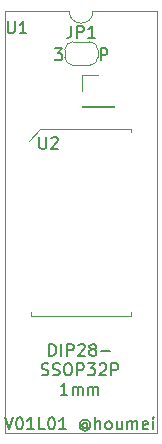
<source format=gto>
G04 #@! TF.GenerationSoftware,KiCad,Pcbnew,(5.1.8)-1*
G04 #@! TF.CreationDate,2023-02-07T01:20:16+09:00*
G04 #@! TF.ProjectId,DIP28SSOP32_1mm,44495032-3853-4534-9f50-33325f316d6d,rev?*
G04 #@! TF.SameCoordinates,PXa9a2ce8PY790b418*
G04 #@! TF.FileFunction,Legend,Top*
G04 #@! TF.FilePolarity,Positive*
%FSLAX46Y46*%
G04 Gerber Fmt 4.6, Leading zero omitted, Abs format (unit mm)*
G04 Created by KiCad (PCBNEW (5.1.8)-1) date 2023-02-07 01:20:16*
%MOMM*%
%LPD*%
G01*
G04 APERTURE LIST*
%ADD10C,0.150000*%
%ADD11C,0.120000*%
G04 APERTURE END LIST*
D10*
X6448466Y32729420D02*
X7067514Y32729420D01*
X6734180Y32348467D01*
X6877038Y32348467D01*
X6972276Y32300848D01*
X7019895Y32253229D01*
X7067514Y32157991D01*
X7067514Y31919896D01*
X7019895Y31824658D01*
X6972276Y31777039D01*
X6877038Y31729420D01*
X6591323Y31729420D01*
X6496085Y31777039D01*
X6448466Y31824658D01*
X10329895Y31729420D02*
X10329895Y32729420D01*
X10710847Y32729420D01*
X10806085Y32681800D01*
X10853704Y32634181D01*
X10901323Y32538943D01*
X10901323Y32396086D01*
X10853704Y32300848D01*
X10806085Y32253229D01*
X10710847Y32205610D01*
X10329895Y32205610D01*
X2202657Y1487420D02*
X2535990Y487420D01*
X2869323Y1487420D01*
X3393133Y1487420D02*
X3488371Y1487420D01*
X3583609Y1439800D01*
X3631228Y1392181D01*
X3678847Y1296943D01*
X3726466Y1106467D01*
X3726466Y868372D01*
X3678847Y677896D01*
X3631228Y582658D01*
X3583609Y535039D01*
X3488371Y487420D01*
X3393133Y487420D01*
X3297895Y535039D01*
X3250276Y582658D01*
X3202657Y677896D01*
X3155038Y868372D01*
X3155038Y1106467D01*
X3202657Y1296943D01*
X3250276Y1392181D01*
X3297895Y1439800D01*
X3393133Y1487420D01*
X4678847Y487420D02*
X4107419Y487420D01*
X4393133Y487420D02*
X4393133Y1487420D01*
X4297895Y1344562D01*
X4202657Y1249324D01*
X4107419Y1201705D01*
X5583609Y487420D02*
X5107419Y487420D01*
X5107419Y1487420D01*
X6107419Y1487420D02*
X6202657Y1487420D01*
X6297895Y1439800D01*
X6345514Y1392181D01*
X6393133Y1296943D01*
X6440752Y1106467D01*
X6440752Y868372D01*
X6393133Y677896D01*
X6345514Y582658D01*
X6297895Y535039D01*
X6202657Y487420D01*
X6107419Y487420D01*
X6012180Y535039D01*
X5964561Y582658D01*
X5916942Y677896D01*
X5869323Y868372D01*
X5869323Y1106467D01*
X5916942Y1296943D01*
X5964561Y1392181D01*
X6012180Y1439800D01*
X6107419Y1487420D01*
X7393133Y487420D02*
X6821704Y487420D01*
X7107419Y487420D02*
X7107419Y1487420D01*
X7012180Y1344562D01*
X6916942Y1249324D01*
X6821704Y1201705D01*
X9202657Y963610D02*
X9155038Y1011229D01*
X9059800Y1058848D01*
X8964561Y1058848D01*
X8869323Y1011229D01*
X8821704Y963610D01*
X8774085Y868372D01*
X8774085Y773134D01*
X8821704Y677896D01*
X8869323Y630277D01*
X8964561Y582658D01*
X9059800Y582658D01*
X9155038Y630277D01*
X9202657Y677896D01*
X9202657Y1058848D02*
X9202657Y677896D01*
X9250276Y630277D01*
X9297895Y630277D01*
X9393133Y677896D01*
X9440752Y773134D01*
X9440752Y1011229D01*
X9345514Y1154086D01*
X9202657Y1249324D01*
X9012180Y1296943D01*
X8821704Y1249324D01*
X8678847Y1154086D01*
X8583609Y1011229D01*
X8535990Y820753D01*
X8583609Y630277D01*
X8678847Y487420D01*
X8821704Y392181D01*
X9012180Y344562D01*
X9202657Y392181D01*
X9345514Y487420D01*
X9869323Y487420D02*
X9869323Y1487420D01*
X10297895Y487420D02*
X10297895Y1011229D01*
X10250276Y1106467D01*
X10155038Y1154086D01*
X10012180Y1154086D01*
X9916942Y1106467D01*
X9869323Y1058848D01*
X10916942Y487420D02*
X10821704Y535039D01*
X10774085Y582658D01*
X10726466Y677896D01*
X10726466Y963610D01*
X10774085Y1058848D01*
X10821704Y1106467D01*
X10916942Y1154086D01*
X11059800Y1154086D01*
X11155038Y1106467D01*
X11202657Y1058848D01*
X11250276Y963610D01*
X11250276Y677896D01*
X11202657Y582658D01*
X11155038Y535039D01*
X11059800Y487420D01*
X10916942Y487420D01*
X12107419Y1154086D02*
X12107419Y487420D01*
X11678847Y1154086D02*
X11678847Y630277D01*
X11726466Y535039D01*
X11821704Y487420D01*
X11964561Y487420D01*
X12059800Y535039D01*
X12107419Y582658D01*
X12583609Y487420D02*
X12583609Y1154086D01*
X12583609Y1058848D02*
X12631228Y1106467D01*
X12726466Y1154086D01*
X12869323Y1154086D01*
X12964561Y1106467D01*
X13012180Y1011229D01*
X13012180Y487420D01*
X13012180Y1011229D02*
X13059800Y1106467D01*
X13155038Y1154086D01*
X13297895Y1154086D01*
X13393133Y1106467D01*
X13440752Y1011229D01*
X13440752Y487420D01*
X14297895Y535039D02*
X14202657Y487420D01*
X14012180Y487420D01*
X13916942Y535039D01*
X13869323Y630277D01*
X13869323Y1011229D01*
X13916942Y1106467D01*
X14012180Y1154086D01*
X14202657Y1154086D01*
X14297895Y1106467D01*
X14345514Y1011229D01*
X14345514Y915991D01*
X13869323Y820753D01*
X14774085Y487420D02*
X14774085Y1154086D01*
X14774085Y1487420D02*
X14726466Y1439800D01*
X14774085Y1392181D01*
X14821704Y1439800D01*
X14774085Y1487420D01*
X14774085Y1392181D01*
X5988371Y6709420D02*
X5988371Y7709420D01*
X6226466Y7709420D01*
X6369323Y7661800D01*
X6464561Y7566562D01*
X6512180Y7471324D01*
X6559800Y7280848D01*
X6559800Y7137991D01*
X6512180Y6947515D01*
X6464561Y6852277D01*
X6369323Y6757039D01*
X6226466Y6709420D01*
X5988371Y6709420D01*
X6988371Y6709420D02*
X6988371Y7709420D01*
X7464561Y6709420D02*
X7464561Y7709420D01*
X7845514Y7709420D01*
X7940752Y7661800D01*
X7988371Y7614181D01*
X8035990Y7518943D01*
X8035990Y7376086D01*
X7988371Y7280848D01*
X7940752Y7233229D01*
X7845514Y7185610D01*
X7464561Y7185610D01*
X8416942Y7614181D02*
X8464561Y7661800D01*
X8559800Y7709420D01*
X8797895Y7709420D01*
X8893133Y7661800D01*
X8940752Y7614181D01*
X8988371Y7518943D01*
X8988371Y7423705D01*
X8940752Y7280848D01*
X8369323Y6709420D01*
X8988371Y6709420D01*
X9559800Y7280848D02*
X9464561Y7328467D01*
X9416942Y7376086D01*
X9369323Y7471324D01*
X9369323Y7518943D01*
X9416942Y7614181D01*
X9464561Y7661800D01*
X9559800Y7709420D01*
X9750276Y7709420D01*
X9845514Y7661800D01*
X9893133Y7614181D01*
X9940752Y7518943D01*
X9940752Y7471324D01*
X9893133Y7376086D01*
X9845514Y7328467D01*
X9750276Y7280848D01*
X9559800Y7280848D01*
X9464561Y7233229D01*
X9416942Y7185610D01*
X9369323Y7090372D01*
X9369323Y6899896D01*
X9416942Y6804658D01*
X9464561Y6757039D01*
X9559800Y6709420D01*
X9750276Y6709420D01*
X9845514Y6757039D01*
X9893133Y6804658D01*
X9940752Y6899896D01*
X9940752Y7090372D01*
X9893133Y7185610D01*
X9845514Y7233229D01*
X9750276Y7280848D01*
X10369323Y7090372D02*
X11131228Y7090372D01*
X5321704Y5107039D02*
X5464561Y5059420D01*
X5702657Y5059420D01*
X5797895Y5107039D01*
X5845514Y5154658D01*
X5893133Y5249896D01*
X5893133Y5345134D01*
X5845514Y5440372D01*
X5797895Y5487991D01*
X5702657Y5535610D01*
X5512180Y5583229D01*
X5416942Y5630848D01*
X5369323Y5678467D01*
X5321704Y5773705D01*
X5321704Y5868943D01*
X5369323Y5964181D01*
X5416942Y6011800D01*
X5512180Y6059420D01*
X5750276Y6059420D01*
X5893133Y6011800D01*
X6274085Y5107039D02*
X6416942Y5059420D01*
X6655038Y5059420D01*
X6750276Y5107039D01*
X6797895Y5154658D01*
X6845514Y5249896D01*
X6845514Y5345134D01*
X6797895Y5440372D01*
X6750276Y5487991D01*
X6655038Y5535610D01*
X6464561Y5583229D01*
X6369323Y5630848D01*
X6321704Y5678467D01*
X6274085Y5773705D01*
X6274085Y5868943D01*
X6321704Y5964181D01*
X6369323Y6011800D01*
X6464561Y6059420D01*
X6702657Y6059420D01*
X6845514Y6011800D01*
X7464561Y6059420D02*
X7655038Y6059420D01*
X7750276Y6011800D01*
X7845514Y5916562D01*
X7893133Y5726086D01*
X7893133Y5392753D01*
X7845514Y5202277D01*
X7750276Y5107039D01*
X7655038Y5059420D01*
X7464561Y5059420D01*
X7369323Y5107039D01*
X7274085Y5202277D01*
X7226466Y5392753D01*
X7226466Y5726086D01*
X7274085Y5916562D01*
X7369323Y6011800D01*
X7464561Y6059420D01*
X8321704Y5059420D02*
X8321704Y6059420D01*
X8702657Y6059420D01*
X8797895Y6011800D01*
X8845514Y5964181D01*
X8893133Y5868943D01*
X8893133Y5726086D01*
X8845514Y5630848D01*
X8797895Y5583229D01*
X8702657Y5535610D01*
X8321704Y5535610D01*
X9226466Y6059420D02*
X9845514Y6059420D01*
X9512180Y5678467D01*
X9655038Y5678467D01*
X9750276Y5630848D01*
X9797895Y5583229D01*
X9845514Y5487991D01*
X9845514Y5249896D01*
X9797895Y5154658D01*
X9750276Y5107039D01*
X9655038Y5059420D01*
X9369323Y5059420D01*
X9274085Y5107039D01*
X9226466Y5154658D01*
X10226466Y5964181D02*
X10274085Y6011800D01*
X10369323Y6059420D01*
X10607419Y6059420D01*
X10702657Y6011800D01*
X10750276Y5964181D01*
X10797895Y5868943D01*
X10797895Y5773705D01*
X10750276Y5630848D01*
X10178847Y5059420D01*
X10797895Y5059420D01*
X11226466Y5059420D02*
X11226466Y6059420D01*
X11607419Y6059420D01*
X11702657Y6011800D01*
X11750276Y5964181D01*
X11797895Y5868943D01*
X11797895Y5726086D01*
X11750276Y5630848D01*
X11702657Y5583229D01*
X11607419Y5535610D01*
X11226466Y5535610D01*
X7512180Y3409420D02*
X6940752Y3409420D01*
X7226466Y3409420D02*
X7226466Y4409420D01*
X7131228Y4266562D01*
X7035990Y4171324D01*
X6940752Y4123705D01*
X7940752Y3409420D02*
X7940752Y4076086D01*
X7940752Y3980848D02*
X7988371Y4028467D01*
X8083609Y4076086D01*
X8226466Y4076086D01*
X8321704Y4028467D01*
X8369323Y3933229D01*
X8369323Y3409420D01*
X8369323Y3933229D02*
X8416942Y4028467D01*
X8512180Y4076086D01*
X8655038Y4076086D01*
X8750276Y4028467D01*
X8797895Y3933229D01*
X8797895Y3409420D01*
X9274085Y3409420D02*
X9274085Y4076086D01*
X9274085Y3980848D02*
X9321704Y4028467D01*
X9416942Y4076086D01*
X9559800Y4076086D01*
X9655038Y4028467D01*
X9702657Y3933229D01*
X9702657Y3409420D01*
X9702657Y3933229D02*
X9750276Y4028467D01*
X9845514Y4076086D01*
X9988371Y4076086D01*
X10083609Y4028467D01*
X10131228Y3933229D01*
X10131228Y3409420D01*
D11*
X8753800Y30463800D02*
X10083800Y30463800D01*
X8753800Y29133800D02*
X8753800Y30463800D01*
X8753800Y27863800D02*
X11413800Y27863800D01*
X11413800Y27863800D02*
X11413800Y27803800D01*
X8753800Y27863800D02*
X8753800Y27803800D01*
X8753800Y27803800D02*
X11413800Y27803800D01*
X4419600Y10116100D02*
X12852400Y10116100D01*
X12903200Y25908000D02*
X5207000Y25908000D01*
X12903200Y25901100D02*
X12903200Y25628600D01*
X4419600Y10116100D02*
X4419600Y10388600D01*
X12852400Y10116100D02*
X12852400Y10388600D01*
X5207000Y25908000D02*
X4216400Y24917400D01*
X15126800Y35878800D02*
X9666800Y35878800D01*
X15126800Y198800D02*
X15126800Y35878800D01*
X2206800Y198800D02*
X15126800Y198800D01*
X2206800Y35878800D02*
X2206800Y198800D01*
X7666800Y35878800D02*
X2206800Y35878800D01*
X9666800Y35878800D02*
G75*
G02*
X7666800Y35878800I-1000000J0D01*
G01*
X7986800Y33308800D02*
X9386800Y33308800D01*
X10086800Y32608800D02*
X10086800Y32008800D01*
X9386800Y31308800D02*
X7986800Y31308800D01*
X7286800Y32008800D02*
X7286800Y32608800D01*
X7286800Y32608800D02*
G75*
G02*
X7986800Y33308800I700000J0D01*
G01*
X7986800Y31308800D02*
G75*
G02*
X7286800Y32008800I0J700000D01*
G01*
X10086800Y32008800D02*
G75*
G02*
X9386800Y31308800I-700000J0D01*
G01*
X9386800Y33308800D02*
G75*
G02*
X10086800Y32608800I0J-700000D01*
G01*
D10*
X5130895Y25236420D02*
X5130895Y24426896D01*
X5178514Y24331658D01*
X5226133Y24284039D01*
X5321371Y24236420D01*
X5511847Y24236420D01*
X5607085Y24284039D01*
X5654704Y24331658D01*
X5702323Y24426896D01*
X5702323Y25236420D01*
X6130895Y25141181D02*
X6178514Y25188800D01*
X6273752Y25236420D01*
X6511847Y25236420D01*
X6607085Y25188800D01*
X6654704Y25141181D01*
X6702323Y25045943D01*
X6702323Y24950705D01*
X6654704Y24807848D01*
X6083276Y24236420D01*
X6702323Y24236420D01*
X2463895Y35015420D02*
X2463895Y34205896D01*
X2511514Y34110658D01*
X2559133Y34063039D01*
X2654371Y34015420D01*
X2844847Y34015420D01*
X2940085Y34063039D01*
X2987704Y34110658D01*
X3035323Y34205896D01*
X3035323Y35015420D01*
X4035323Y34015420D02*
X3463895Y34015420D01*
X3749609Y34015420D02*
X3749609Y35015420D01*
X3654371Y34872562D01*
X3559133Y34777324D01*
X3463895Y34729705D01*
X7853466Y34656420D02*
X7853466Y33942134D01*
X7805847Y33799277D01*
X7710609Y33704039D01*
X7567752Y33656420D01*
X7472514Y33656420D01*
X8329657Y33656420D02*
X8329657Y34656420D01*
X8710609Y34656420D01*
X8805847Y34608800D01*
X8853466Y34561181D01*
X8901085Y34465943D01*
X8901085Y34323086D01*
X8853466Y34227848D01*
X8805847Y34180229D01*
X8710609Y34132610D01*
X8329657Y34132610D01*
X9853466Y33656420D02*
X9282038Y33656420D01*
X9567752Y33656420D02*
X9567752Y34656420D01*
X9472514Y34513562D01*
X9377276Y34418324D01*
X9282038Y34370705D01*
M02*

</source>
